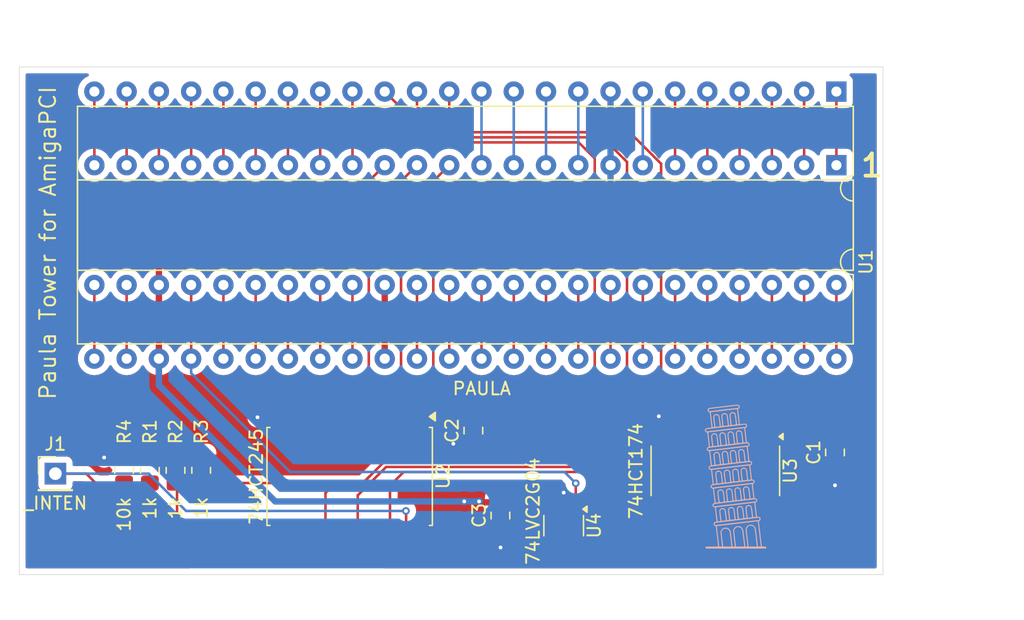
<source format=kicad_pcb>
(kicad_pcb (version 20240108) (generator "pcbnew") (generator_version "8.0")
  (layers (0 "F.Cu" signal) (31 "B.Cu" signal) (34 "B.Paste" user) (35 "F.Paste" user) (36 "B.SilkS" user "B.Silkscreen") (37 "F.SilkS" user "F.Silkscreen") (38 "B.Mask" user) (39 "F.Mask" user) (44 "Edge.Cuts" user))
  (net 0 "")
  (net 1 "+5V")
  (net 2 "GND")
  (net 3 "/_INTEN")
  (net 4 "/_DIPL2")
  (net 5 "/_DIPL1")
  (net 6 "/_DIPL0")
  (net 7 "/DRD8")
  (net 8 "/_INT2")
  (net 9 "/P1Y")
  (net 10 "/DRD13")
  (net 11 "/RGA3")
  (net 12 "/DRD10")
  (net 13 "/P0X")
  (net 14 "/_RXD")
  (net 15 "/RGA8")
  (net 16 "/RGA5")
  (net 17 "/DRD7")
  (net 18 "/DRD6")
  (net 19 "/_TXD")
  (net 20 "/P0Y")
  (net 21 "/LEFT")
  (net 22 "/RGA6")
  (net 23 "/DRD5")
  (net 24 "/_RESET")
  (net 25 "/P1X")
  (net 26 "/CCK")
  (net 27 "/_DKRD")
  (net 28 "/DRD11")
  (net 29 "/DRD12")
  (net 30 "/DRD15")
  (net 31 "/RGA4")
  (net 32 "/RGA7")
  (net 33 "/_INT6")
  (net 34 "/RGA2")
  (net 35 "/DRD4")
  (net 36 "/DRD9")
  (net 37 "/RGA1")
  (net 38 "/DRD14")
  (net 39 "/_INT3")
  (net 40 "/_CIPL0")
  (net 41 "/_CIPL1")
  (net 42 "/RIGHT")
  (net 43 "/DMAL")
  (net 44 "/DRD1")
  (net 45 "/AGND")
  (net 46 "/_CIPL2")
  (net 47 "/DRD3")
  (net 48 "/DKWE")
  (net 49 "/CCKQ")
  (net 50 "/DRD0")
  (net 51 "/DRD2")
  (net 52 "/_DKWD")
  (net 53 "/_IPL2")
  (net 54 "/_IPL1")
  (net 55 "/_IPL0")
  (net 72 "Net-(U3-Cp)")
  (footprint "Resistor_SMD:R_0805_2012Metric_Pad1.20x1.40mm_HandSolder" (layer "F.Cu") (at 136.56 82.04 -90)
    (property "Reference" "R1")
    (property "Value" "1k")
  )
  (footprint "Package_DIP:DIP-48_W15.24mm" (layer "F.Cu") (at 190.61 58 -90)
    (property "Reference" "U1")
    (property "Value" "PAULA")
  )
  (footprint "Connector_PinHeader_2.54mm:PinHeader_1x01_P2.54mm_Vertical" (layer "F.Cu") (at 129.12 82.3)
    (property "Reference" "J1")
    (property "Value" "_INTEN")
  )
  (footprint "Capacitor_SMD:C_0805_2012Metric_Pad1.18x1.45mm_HandSolder" (layer "F.Cu") (at 164.16 85.5975 90)
    (property "Reference" "C3")
    (property "Value" "0.1uF")
  )
  (footprint "Package_DIP:DIP-48_W15.24mm" (layer "F.Cu") (at 190.61 52.195 -90)
    (property "Reference" "U5")
    (property "Value" "PAULA SOCKET")
  )
  (footprint "Resistor_SMD:R_0805_2012Metric_Pad1.20x1.40mm_HandSolder" (layer "F.Cu") (at 138.58 82.04 -90)
    (property "Reference" "R2")
    (property "Value" "1k")
  )
  (footprint "Resistor_SMD:R_0805_2012Metric_Pad1.20x1.40mm_HandSolder" (layer "F.Cu") (at 140.6 82.04 -90)
    (property "Reference" "R3")
    (property "Value" "1k")
  )
  (footprint "Package_SO:SOIC-20W_7.5x12.8mm_P1.27mm" (layer "F.Cu") (at 152.29 82.52 -90)
    (property "Reference" "U2")
    (property "Value" "74HCT245")
  )
  (footprint "Resistor_SMD:R_0805_2012Metric_Pad1.20x1.40mm_HandSolder" (layer "F.Cu") (at 134.53 82.04 -90)
    (property "Reference" "R4")
    (property "Value" "10k")
  )
  (footprint "Capacitor_SMD:C_0805_2012Metric_Pad1.18x1.45mm_HandSolder" (layer "F.Cu") (at 190.5 80.6275 90)
    (property "Reference" "C1")
    (property "Value" "0.1uF")
  )
  (footprint "Package_SO:SOIC-16_3.9x9.9mm_P1.27mm" (layer "F.Cu") (at 181.08 82.08 -90)
    (property "Reference" "U3")
    (property "Value" "74HCT174")
  )
  (footprint "Package_TO_SOT_SMD:SOT-23-6" (layer "F.Cu") (at 169.14 86.4 -90)
    (property "Reference" "U4")
    (property "Value" "74LVC2G04")
  )
  (footprint "Capacitor_SMD:C_0805_2012Metric_Pad1.18x1.45mm_HandSolder" (layer "F.Cu") (at 162.03 78.9075 90)
    (property "Reference" "C2")
    (property "Value" "0.1uF")
  )
  (footprint "LOGO" (layer "B.Cu") (at 182.68 82.53 180)
    (property "Reference" "G***")
    (property "Value" "LOGO" (hide yes))
  )
  (gr_rect (start 126.28 50.26) (end 194.28 90.26) (stroke (width 0.05)) (fill none) (layer "Edge.Cuts"))
  (gr_text "1" (at 192.37 59.05 0) (layer "F.SilkS") (effects (font (size 1.75 1.75) (thickness 0.3) (bold yes)) (justify left bottom)))
  (gr_text "Paula Tower for AmigaPCI" (at 129.26 76.58 90) (layer "F.SilkS") (effects (font (size 1.25 1.25) (thickness 0.15625)) (justify left bottom)))
  (segment (start 190.5 79.59) (end 185.54 79.59) (width 0.2) (layer "F.Cu") (net 1))
  (segment (start 158.005 77.87) (end 162.03 77.87) (width 0.2) (layer "F.Cu") (net 1))
  (segment (start 162.62 84.56) (end 162.61 84.57) (width 0.2) (layer "F.Cu") (net 1))
  (via (at 162.48 84.49) (size 0.6) (drill 0.3) (layers "F.Cu" "B.Cu") (net 1))
  (via (at 161.31 84.49) (size 0.6) (drill 0.3) (layers "F.Cu" "B.Cu") (net 1))
  (segment (start 161.31 84.49) (end 146.43 84.49) (width 0.5) (layer "B.Cu") (net 1))
  (segment (start 137.27 75.33) (end 137.27 73.24) (width 0.5) (layer "B.Cu") (net 1))
  (segment (start 162.48 84.49) (end 161.31 84.49) (width 0.5) (layer "B.Cu") (net 1))
  (segment (start 146.43 84.49) (end 137.27 75.33) (width 0.5) (layer "B.Cu") (net 1))
  (segment (start 169.14 85.2625) (end 169.14 83.8) (width 0.2) (layer "F.Cu") (net 2))
  (segment (start 164.16 88.11) (end 164.17 88.12) (width 0.2) (layer "F.Cu") (net 2))
  (segment (start 176.635 79.605) (end 176.635 77.785) (width 0.2) (layer "F.Cu") (net 2))
  (segment (start 190.5 81.665) (end 190.5 83.22) (width 0.2) (layer "F.Cu") (net 2))
  (segment (start 146.53 77.86) (end 145.035 77.86) (width 0.2) (layer "F.Cu") (net 2))
  (segment (start 164.16 86.635) (end 164.16 88.11) (width 0.2) (layer "F.Cu") (net 2))
  (segment (start 134.52 81.04) (end 132.97 81.04) (width 0.2) (layer "F.Cu") (net 2))
  (segment (start 162.03 79.945) (end 160.455 79.945) (width 0.2) (layer "F.Cu") (net 2))
  (via (at 145.035 77.86) (size 0.6) (drill 0.3) (layers "F.Cu" "B.Cu") (net 2))
  (via (at 164.17 88.12) (size 0.6) (drill 0.3) (layers "F.Cu" "B.Cu") (net 2))
  (via (at 190.5 83.22) (size 0.6) (drill 0.3) (layers "F.Cu" "B.Cu") (net 2))
  (via (at 160.45 79.94) (size 0.6) (drill 0.3) (layers "F.Cu" "B.Cu") (net 2))
  (via (at 132.96 81.03) (size 0.6) (drill 0.3) (layers "F.Cu" "B.Cu") (net 2))
  (via (at 169.14 83.8) (size 0.6) (drill 0.3) (layers "F.Cu" "B.Cu") (net 2))
  (via (at 176.63 77.78) (size 0.6) (drill 0.3) (layers "F.Cu" "B.Cu") (net 2))
  (segment (start 156.735 87.17) (end 156.735 85.255) (width 0.2) (layer "F.Cu") (net 3))
  (segment (start 132.29 83.04) (end 131.55 82.3) (width 0.2) (layer "F.Cu") (net 3))
  (segment (start 134.53 83.04) (end 132.29 83.04) (width 0.2) (layer "F.Cu") (net 3))
  (segment (start 156.735 85.255) (end 156.72 85.24) (width 0.2) (layer "F.Cu") (net 3))
  (segment (start 129.12 82.3) (end 131.55 82.3) (width 0.2) (layer "F.Cu") (net 3))
  (via (at 156.72 85.24) (size 0.6) (drill 0.3) (layers "F.Cu" "B.Cu") (net 3))
  (segment (start 139.41 85.24) (end 136.47 82.3) (width 0.2) (layer "B.Cu") (net 3))
  (segment (start 156.72 85.24) (end 139.41 85.24) (width 0.2) (layer "B.Cu") (net 3))
  (segment (start 136.47 82.3) (end 129.12 82.3) (width 0.2) (layer "B.Cu") (net 3))
  (segment (start 153.855 82.515) (end 155 81.37) (width 0.2) (layer "F.Cu") (net 4))
  (segment (start 150.385 83.825) (end 151.17 83.04) (width 0.2) (layer "F.Cu") (net 4))
  (segment (start 153.34 83.03) (end 153.425 82.945) (width 0.2) (layer "F.Cu") (net 4))
  (segment (start 153.33 83.04) (end 153.855 82.515) (width 0.2) (layer "F.Cu") (net 4))
  (segment (start 150.385 87.17) (end 150.385 83.825) (width 0.2) (layer "F.Cu") (net 4))
  (segment (start 140.6 83.04) (end 151.17 83.04) (width 0.2) (layer "F.Cu") (net 4))
  (segment (start 179.175 79.605) (end 179.175 81.075) (width 0.2) (layer "F.Cu") (net 4))
  (segment (start 178.88 81.37) (end 155 81.37) (width 0.2) (layer "F.Cu") (net 4))
  (segment (start 151.17 83.04) (end 153.33 83.04) (width 0.2) (layer "F.Cu") (net 4))
  (segment (start 153.855 82.515) (end 153.425 82.945) (width 0.2) (layer "F.Cu") (net 4))
  (segment (start 179.175 81.075) (end 178.88 81.37) (width 0.2) (layer "F.Cu") (net 4))
  (segment (start 138.7 85.49) (end 138.7 83.03) (width 0.2) (layer "F.Cu") (net 5))
  (segment (start 152.925 88.615) (end 152.63 88.91) (width 0.2) (layer "F.Cu") (net 5))
  (segment (start 181.715 79.605) (end 181.715 81.075) (width 0.2) (layer "F.Cu") (net 5))
  (segment (start 142.12 88.91) (end 138.7 85.49) (width 0.2) (layer "F.Cu") (net 5))
  (segment (start 181.715 81.075) (end 181.02 81.77) (width 0.2) (layer "F.Cu") (net 5))
  (segment (start 181.02 81.77) (end 155.165686 81.77) (width 0.2) (layer "F.Cu") (net 5))
  (segment (start 152.63 88.91) (end 142.12 88.91) (width 0.2) (layer "F.Cu") (net 5))
  (segment (start 152.925 87.17) (end 152.925 88.615) (width 0.2) (layer "F.Cu") (net 5))
  (segment (start 152.925 84.010686) (end 152.925 87.17) (width 0.2) (layer "F.Cu") (net 5))
  (segment (start 155.165686 81.77) (end 152.925 84.010686) (width 0.2) (layer "F.Cu") (net 5))
  (segment (start 155.465 87.17) (end 155.465 83.245) (width 0.2) (layer "F.Cu") (net 6))
  (segment (start 156.54 82.17) (end 182.26 82.17) (width 0.2) (layer "F.Cu") (net 6))
  (segment (start 155.465 88.194999) (end 154.349999 89.31) (width 0.2) (layer "F.Cu") (net 6))
  (segment (start 155.465 87.17) (end 155.465 88.194999) (width 0.2) (layer "F.Cu") (net 6))
  (segment (start 155.465 83.245) (end 156.54 82.17) (width 0.2) (layer "F.Cu") (net 6))
  (segment (start 154.349999 89.31) (end 140.36 89.31) (width 0.2) (layer "F.Cu") (net 6))
  (segment (start 140.36 89.31) (end 136.56 85.51) (width 0.2) (layer "F.Cu") (net 6))
  (segment (start 182.26 82.17) (end 182.985 81.445) (width 0.2) (layer "F.Cu") (net 6))
  (segment (start 182.985 81.445) (end 182.985 79.605) (width 0.2) (layer "F.Cu") (net 6))
  (segment (start 136.56 85.51) (end 136.56 83.04) (width 0.2) (layer "F.Cu") (net 6))
  (segment (start 190.61 52.195) (end 190.61 58) (width 0.2) (layer "F.Cu") (net 7))
  (segment (start 152.51 58) (end 152.51 52.195) (width 0.2) (layer "F.Cu") (net 8))
  (segment (start 160.13 73.24) (end 160.13 67.435) (width 0.2) (layer "F.Cu") (net 9))
  (segment (start 180.45 67.435) (end 180.45 73.24) (width 0.2) (layer "F.Cu") (net 10))
  (segment (start 132.19 58) (end 132.19 52.195) (width 0.2) (layer "F.Cu") (net 11))
  (segment (start 188.07 67.435) (end 188.07 73.24) (width 0.2) (layer "F.Cu") (net 12))
  (segment (start 149.97 67.435) (end 149.97 73.24) (width 0.2) (layer "F.Cu") (net 13))
  (segment (start 172.83 73.24) (end 172.83 67.435) (width 0.2) (layer "F.Cu") (net 14))
  (segment (start 144.89 52.195) (end 144.89 58) (width 0.2) (layer "F.Cu") (net 15))
  (segment (start 137.27 58) (end 137.27 52.195) (width 0.2) (layer "F.Cu") (net 16))
  (segment (start 188.07 58) (end 188.07 52.195) (width 0.2) (layer "F.Cu") (net 17))
  (segment (start 185.53 58) (end 185.53 52.195) (width 0.2) (layer "F.Cu") (net 18))
  (segment (start 170.29 73.24) (end 170.29 67.435) (width 0.2) (layer "F.Cu") (net 19))
  (segment (start 152.51 73.24) (end 152.51 67.435) (width 0.2) (layer "F.Cu") (net 20))
  (segment (start 147.43 73.24) (end 147.43 67.435) (width 0.2) (layer "F.Cu") (net 21))
  (segment (start 139.81 52.195) (end 139.81 58) (width 0.2) (layer "F.Cu") (net 22))
  (segment (start 182.99 52.195) (end 182.99 58) (width 0.2) (layer "F.Cu") (net 23))
  (segment (start 165.21 58) (end 165.21 52.195) (width 0.2) (layer "B.Cu") (net 24))
  (segment (start 157.59 73.24) (end 157.59 67.435) (width 0.2) (layer "F.Cu") (net 25))
  (segment (start 139.81 73.24) (end 139.81 67.435) (width 0.2) (layer "F.Cu") (net 26))
  (segment (start 170.09 85.2625) (end 170.09 83.06) (width 0.2) (layer "F.Cu") (net 26))
  (via (at 170.09 83.06) (size 0.6) (drill 0.3) (layers "F.Cu" "B.Cu") (net 26))
  (segment (start 139.81 73.24) (end 139.81 74.38) (width 0.2) (layer "B.Cu") (net 26))
  (segment (start 139.81 74.38) (end 147.6 82.17) (width 0.2) (layer "B.Cu") (net 26))
  (segment (start 169.2 82.17) (end 170.09 83.06) (width 0.2) (layer "B.Cu") (net 26))
  (segment (start 147.6 82.17) (end 169.2 82.17) (width 0.2) (layer "B.Cu") (net 26))
  (segment (start 162.67 67.435) (end 162.67 73.24) (width 0.2) (layer "F.Cu") (net 27))
  (segment (start 185.53 67.435) (end 185.53 73.24) (width 0.2) (layer "F.Cu") (net 28))
  (segment (start 182.99 73.24) (end 182.99 67.435) (width 0.2) (layer "F.Cu") (net 29))
  (segment (start 175.37 67.435) (end 175.37 73.24) (width 0.2) (layer "F.Cu") (net 30))
  (segment (start 134.73 52.195) (end 134.73 58) (width 0.2) (layer "F.Cu") (net 31))
  (segment (start 142.35 58) (end 142.35 52.195) (width 0.2) (layer "F.Cu") (net 32))
  (segment (start 147.43 58) (end 147.43 52.195) (width 0.2) (layer "F.Cu") (net 33))
  (segment (start 132.19 67.435) (end 132.19 73.24) (width 0.2) (layer "F.Cu") (net 34))
  (segment (start 180.45 58) (end 180.45 52.195) (width 0.2) (layer "F.Cu") (net 35))
  (segment (start 190.61 73.24) (end 190.61 67.435) (width 0.2) (layer "F.Cu") (net 36))
  (segment (start 134.73 73.24) (end 134.73 67.435) (width 0.2) (layer "F.Cu") (net 37))
  (segment (start 177.91 73.24) (end 177.91 67.435) (width 0.2) (layer "F.Cu") (net 38))
  (segment (start 149.97 52.195) (end 149.97 58) (width 0.2) (layer "F.Cu") (net 39))
  (segment (start 156.735 76.185) (end 158.875 74.045) (width 0.2) (layer "F.Cu") (net 40))
  (segment (start 156.735 77.87) (end 156.735 76.185) (width 0.2) (layer "F.Cu") (net 40))
  (segment (start 158.875 59.255) (end 158.875 74.045) (width 0.2) (layer "F.Cu") (net 40))
  (segment (start 160.13 58) (end 158.875 59.255) (width 0.2) (layer "F.Cu") (net 40))
  (segment (start 156.335 59.255) (end 156.335 74.055) (width 0.2) (layer "F.Cu") (net 41))
  (segment (start 154.195 76.195) (end 156.335 74.055) (width 0.2) (layer "F.Cu") (net 41))
  (segment (start 154.195 77.87) (end 154.195 76.195) (width 0.2) (layer "F.Cu") (net 41))
  (segment (start 157.59 58) (end 156.335 59.255) (width 0.2) (layer "F.Cu") (net 41))
  (segment (start 144.89 67.435) (end 144.89 73.24) (width 0.2) (layer "F.Cu") (net 42))
  (segment (start 162.67 52.195) (end 162.67 58) (width 0.2) (layer "B.Cu") (net 43))
  (segment (start 170.29 58) (end 170.29 52.195) (width 0.2) (layer "B.Cu") (net 44))
  (segment (start 155.05 67.435) (end 155.05 73.24) (width 0.5) (layer "F.Cu") (net 45))
  (segment (start 151.655 76.225) (end 153.795 74.085) (width 0.2) (layer "F.Cu") (net 46))
  (segment (start 155.05 58) (end 153.795 59.255) (width 0.2) (layer "F.Cu") (net 46))
  (segment (start 153.795 59.255) (end 153.795 74.085) (width 0.2) (layer "F.Cu") (net 46))
  (segment (start 151.655 77.87) (end 151.655 76.225) (width 0.2) (layer "F.Cu") (net 46))
  (segment (start 177.91 52.195) (end 177.91 58) (width 0.2) (layer "F.Cu") (net 47))
  (segment (start 167.75 67.435) (end 167.75 73.24) (width 0.2) (layer "F.Cu") (net 48))
  (segment (start 142.35 73.24) (end 142.35 67.435) (width 0.2) (layer "F.Cu") (net 49))
  (segment (start 167.75 52.195) (end 167.75 58) (width 0.2) (layer "B.Cu") (net 50))
  (segment (start 175.37 52.195) (end 175.37 58) (width 0.2) (layer "B.Cu") (net 51))
  (segment (start 165.21 73.24) (end 165.21 67.435) (width 0.2) (layer "F.Cu") (net 52))
  (segment (start 173.235 76.02) (end 171.585 74.37) (width 0.2) (layer "F.Cu") (net 53))
  (segment (start 170.32 56.2) (end 171.585 57.465) (width 0.2) (layer "F.Cu") (net 53))
  (segment (start 176.4 76.02) (end 173.235 76.02) (width 0.2) (layer "F.Cu") (net 53))
  (segment (start 155.05 52.195) (end 159.055 56.2) (width 0.2) (layer "F.Cu") (net 53))
  (segment (start 171.585 57.465) (end 171.585 74.37) (width 0.2) (layer "F.Cu") (net 53))
  (segment (start 177.905 79.605) (end 177.905 77.525) (width 0.2) (layer "F.Cu") (net 53))
  (segment (start 159.055 56.2) (end 170.32 56.2) (width 0.2) (layer "F.Cu") (net 53))
  (segment (start 177.905 77.525) (end 176.4 76.02) (width 0.2) (layer "F.Cu") (net 53))
  (segment (start 174.125 74.42) (end 174.125 57.739365) (width 0.2) (layer "F.Cu") (net 54))
  (segment (start 180.445 79.605) (end 180.445 77.585) (width 0.2) (layer "F.Cu") (net 54))
  (segment (start 157.59 53.35) (end 157.59 52.195) (width 0.2) (layer "F.Cu") (net 54))
  (segment (start 174.125 57.739365) (end 172.185635 55.8) (width 0.2) (layer "F.Cu") (net 54))
  (segment (start 180.445 77.585) (end 178.48 75.62) (width 0.2) (layer "F.Cu") (net 54))
  (segment (start 172.185635 55.8) (end 160.04 55.8) (width 0.2) (layer "F.Cu") (net 54))
  (segment (start 175.325 75.62) (end 174.125 74.42) (width 0.2) (layer "F.Cu") (net 54))
  (segment (start 160.04 55.8) (end 157.59 53.35) (width 0.2) (layer "F.Cu") (net 54))
  (segment (start 178.48 75.62) (end 175.325 75.62) (width 0.2) (layer "F.Cu") (net 54))
  (segment (start 176.81 57.884365) (end 176.81 74.38) (width 0.2) (layer "F.Cu") (net 55))
  (segment (start 184.255 76.355) (end 183.12 75.22) (width 0.2) (layer "F.Cu") (net 55))
  (segment (start 183.12 75.22) (end 177.65 75.22) (width 0.2) (layer "F.Cu") (net 55))
  (segment (start 174.325635 55.4) (end 176.81 57.884365) (width 0.2) (layer "F.Cu") (net 55))
  (segment (start 160.13 53.84) (end 161.69 55.4) (width 0.2) (layer "F.Cu") (net 55))
  (segment (start 177.65 75.22) (end 176.81 74.38) (width 0.2) (layer "F.Cu") (net 55))
  (segment (start 161.69 55.4) (end 174.325635 55.4) (width 0.2) (layer "F.Cu") (net 55))
  (segment (start 184.255 79.605) (end 184.255 76.355) (width 0.2) (layer "F.Cu") (net 55))
  (segment (start 160.13 52.195) (end 160.13 53.84) (width 0.2) (layer "F.Cu") (net 55))
  (segment (start 175.9625 87.5375) (end 176.635 86.865) (width 0.2) (layer "F.Cu") (net 72))
  (segment (start 170.09 87.5375) (end 175.9625 87.5375) (width 0.2) (layer "F.Cu") (net 72))
  (segment (start 176.635 86.865) (end 176.635 84.555) (width 0.2) (layer "F.Cu") (net 72))
  (zone (net 1) (net_name "+5V") (layer "F.Cu") (connect_pads (clearance 0.5)) (min_thickness 0.25) (fill yes (thermal_gap 0.5) (thermal_bridge_width 0.5))
    (polygon (pts (xy 126.28 50.26) (xy 194.27 50.26) (xy 194.28 90.26) (xy 126.28 90.26)))
  )
  (zone (net 2) (net_name "GND") (layer "B.Cu") (connect_pads (clearance 0.5)) (min_thickness 0.25) (fill yes (thermal_gap 0.5) (thermal_bridge_width 0.5))
    (polygon (pts (xy 126.27 50.26) (xy 194.26 50.26) (xy 194.27 90.26) (xy 126.27 90.26)))
  )
)
</source>
